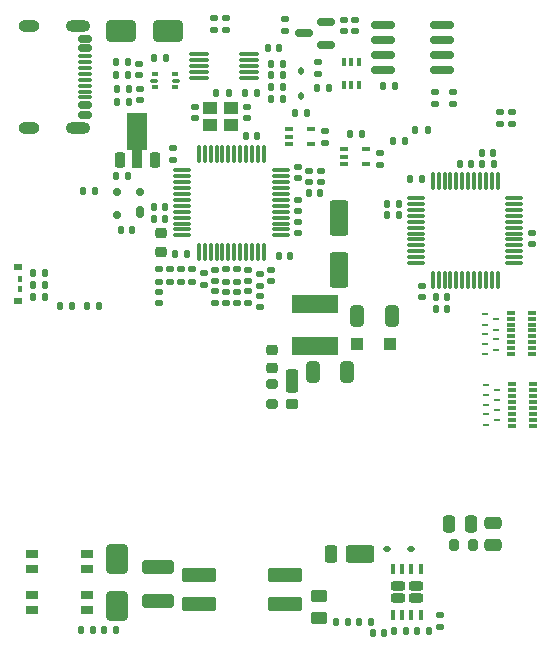
<source format=gbr>
%TF.GenerationSoftware,KiCad,Pcbnew,8.99.0-3376-g16cbb218c6*%
%TF.CreationDate,2024-12-27T08:14:29+01:00*%
%TF.ProjectId,PoE_Ethernet_GPIB_Adapter,506f455f-4574-4686-9572-6e65745f4750,rev?*%
%TF.SameCoordinates,Original*%
%TF.FileFunction,Paste,Top*%
%TF.FilePolarity,Positive*%
%FSLAX46Y46*%
G04 Gerber Fmt 4.6, Leading zero omitted, Abs format (unit mm)*
G04 Created by KiCad (PCBNEW 8.99.0-3376-g16cbb218c6) date 2024-12-27 08:14:29*
%MOMM*%
%LPD*%
G01*
G04 APERTURE LIST*
G04 Aperture macros list*
%AMRoundRect*
0 Rectangle with rounded corners*
0 $1 Rounding radius*
0 $2 $3 $4 $5 $6 $7 $8 $9 X,Y pos of 4 corners*
0 Add a 4 corners polygon primitive as box body*
4,1,4,$2,$3,$4,$5,$6,$7,$8,$9,$2,$3,0*
0 Add four circle primitives for the rounded corners*
1,1,$1+$1,$2,$3*
1,1,$1+$1,$4,$5*
1,1,$1+$1,$6,$7*
1,1,$1+$1,$8,$9*
0 Add four rect primitives between the rounded corners*
20,1,$1+$1,$2,$3,$4,$5,0*
20,1,$1+$1,$4,$5,$6,$7,0*
20,1,$1+$1,$6,$7,$8,$9,0*
20,1,$1+$1,$8,$9,$2,$3,0*%
%AMFreePoly0*
4,1,9,3.862500,-0.866500,0.737500,-0.866500,0.737500,-0.450000,-0.737500,-0.450000,-0.737500,0.450000,0.737500,0.450000,0.737500,0.866500,3.862500,0.866500,3.862500,-0.866500,3.862500,-0.866500,$1*%
G04 Aperture macros list end*
%ADD10RoundRect,0.075000X0.075000X-0.662500X0.075000X0.662500X-0.075000X0.662500X-0.075000X-0.662500X0*%
%ADD11RoundRect,0.075000X0.662500X-0.075000X0.662500X0.075000X-0.662500X0.075000X-0.662500X-0.075000X0*%
%ADD12RoundRect,0.135000X0.185000X-0.135000X0.185000X0.135000X-0.185000X0.135000X-0.185000X-0.135000X0*%
%ADD13RoundRect,0.150000X-0.425000X0.150000X-0.425000X-0.150000X0.425000X-0.150000X0.425000X0.150000X0*%
%ADD14RoundRect,0.075000X-0.500000X0.075000X-0.500000X-0.075000X0.500000X-0.075000X0.500000X0.075000X0*%
%ADD15O,2.100000X1.000000*%
%ADD16O,1.800000X1.000000*%
%ADD17R,0.780000X0.550000*%
%ADD18R,0.340000X0.550000*%
%ADD19RoundRect,0.135000X-0.135000X-0.185000X0.135000X-0.185000X0.135000X0.185000X-0.135000X0.185000X0*%
%ADD20RoundRect,0.140000X0.170000X-0.140000X0.170000X0.140000X-0.170000X0.140000X-0.170000X-0.140000X0*%
%ADD21RoundRect,0.135000X0.135000X0.185000X-0.135000X0.185000X-0.135000X-0.185000X0.135000X-0.185000X0*%
%ADD22R,1.000000X0.800000*%
%ADD23RoundRect,0.218750X-0.256250X0.218750X-0.256250X-0.218750X0.256250X-0.218750X0.256250X0.218750X0*%
%ADD24RoundRect,0.140000X0.140000X0.170000X-0.140000X0.170000X-0.140000X-0.170000X0.140000X-0.170000X0*%
%ADD25RoundRect,0.075000X-0.662500X-0.075000X0.662500X-0.075000X0.662500X0.075000X-0.662500X0.075000X0*%
%ADD26RoundRect,0.075000X-0.075000X-0.662500X0.075000X-0.662500X0.075000X0.662500X-0.075000X0.662500X0*%
%ADD27RoundRect,0.250000X-0.475000X0.250000X-0.475000X-0.250000X0.475000X-0.250000X0.475000X0.250000X0*%
%ADD28RoundRect,0.100000X-0.225000X-0.100000X0.225000X-0.100000X0.225000X0.100000X-0.225000X0.100000X0*%
%ADD29RoundRect,0.250000X0.550000X-1.250000X0.550000X1.250000X-0.550000X1.250000X-0.550000X-1.250000X0*%
%ADD30RoundRect,0.112500X-0.187500X-0.112500X0.187500X-0.112500X0.187500X0.112500X-0.187500X0.112500X0*%
%ADD31RoundRect,0.250000X0.250000X0.475000X-0.250000X0.475000X-0.250000X-0.475000X0.250000X-0.475000X0*%
%ADD32RoundRect,0.100000X-0.100000X0.225000X-0.100000X-0.225000X0.100000X-0.225000X0.100000X0.225000X0*%
%ADD33RoundRect,0.200000X0.275000X-0.200000X0.275000X0.200000X-0.275000X0.200000X-0.275000X-0.200000X0*%
%ADD34RoundRect,0.150000X0.825000X0.150000X-0.825000X0.150000X-0.825000X-0.150000X0.825000X-0.150000X0*%
%ADD35RoundRect,0.140000X-0.140000X-0.170000X0.140000X-0.170000X0.140000X0.170000X-0.140000X0.170000X0*%
%ADD36RoundRect,0.140000X-0.170000X0.140000X-0.170000X-0.140000X0.170000X-0.140000X0.170000X0.140000X0*%
%ADD37RoundRect,0.087500X-0.725000X-0.087500X0.725000X-0.087500X0.725000X0.087500X-0.725000X0.087500X0*%
%ADD38R,0.800000X0.300000*%
%ADD39RoundRect,0.200000X-0.405000X0.200000X-0.405000X-0.200000X0.405000X-0.200000X0.405000X0.200000X0*%
%ADD40RoundRect,0.075000X-0.075000X0.362500X-0.075000X-0.362500X0.075000X-0.362500X0.075000X0.362500X0*%
%ADD41RoundRect,0.112500X-0.112500X0.187500X-0.112500X-0.187500X0.112500X-0.187500X0.112500X0.187500X0*%
%ADD42RoundRect,0.250000X-0.950000X-0.500000X0.950000X-0.500000X0.950000X0.500000X-0.950000X0.500000X0*%
%ADD43RoundRect,0.250000X-0.275000X-0.500000X0.275000X-0.500000X0.275000X0.500000X-0.275000X0.500000X0*%
%ADD44RoundRect,0.225000X0.250000X-0.225000X0.250000X0.225000X-0.250000X0.225000X-0.250000X-0.225000X0*%
%ADD45R,4.000000X1.500000*%
%ADD46R,1.150000X1.000000*%
%ADD47RoundRect,0.250000X0.300000X-0.750000X0.300000X0.750000X-0.300000X0.750000X-0.300000X-0.750000X0*%
%ADD48RoundRect,0.200000X0.350000X-0.200000X0.350000X0.200000X-0.350000X0.200000X-0.350000X-0.200000X0*%
%ADD49RoundRect,0.250000X-0.650000X1.000000X-0.650000X-1.000000X0.650000X-1.000000X0.650000X1.000000X0*%
%ADD50RoundRect,0.060000X1.365000X-0.540000X1.365000X0.540000X-1.365000X0.540000X-1.365000X-0.540000X0*%
%ADD51R,0.600000X0.200000*%
%ADD52RoundRect,0.250000X-0.325000X-0.650000X0.325000X-0.650000X0.325000X0.650000X-0.325000X0.650000X0*%
%ADD53RoundRect,0.093750X-0.156250X-0.093750X0.156250X-0.093750X0.156250X0.093750X-0.156250X0.093750X0*%
%ADD54RoundRect,0.075000X-0.250000X-0.075000X0.250000X-0.075000X0.250000X0.075000X-0.250000X0.075000X0*%
%ADD55RoundRect,0.175000X0.175000X0.325000X-0.175000X0.325000X-0.175000X-0.325000X0.175000X-0.325000X0*%
%ADD56RoundRect,0.150000X0.200000X0.150000X-0.200000X0.150000X-0.200000X-0.150000X0.200000X-0.150000X0*%
%ADD57RoundRect,0.135000X-0.185000X0.135000X-0.185000X-0.135000X0.185000X-0.135000X0.185000X0.135000X0*%
%ADD58RoundRect,0.200000X0.200000X0.275000X-0.200000X0.275000X-0.200000X-0.275000X0.200000X-0.275000X0*%
%ADD59RoundRect,0.250000X-0.450000X0.262500X-0.450000X-0.262500X0.450000X-0.262500X0.450000X0.262500X0*%
%ADD60RoundRect,0.225000X0.225000X-0.425000X0.225000X0.425000X-0.225000X0.425000X-0.225000X-0.425000X0*%
%ADD61FreePoly0,90.000000*%
%ADD62RoundRect,0.250000X-0.300000X-0.300000X0.300000X-0.300000X0.300000X0.300000X-0.300000X0.300000X0*%
%ADD63RoundRect,0.250000X1.000000X0.650000X-1.000000X0.650000X-1.000000X-0.650000X1.000000X-0.650000X0*%
%ADD64RoundRect,0.150000X0.587500X0.150000X-0.587500X0.150000X-0.587500X-0.150000X0.587500X-0.150000X0*%
%ADD65RoundRect,0.250000X-1.100000X0.325000X-1.100000X-0.325000X1.100000X-0.325000X1.100000X0.325000X0*%
G04 APERTURE END LIST*
D10*
%TO.C,U3*%
X-14700000Y6087500D03*
X-14200000Y6087500D03*
X-13700000Y6087500D03*
X-13200000Y6087500D03*
X-12700000Y6087500D03*
X-12200000Y6087500D03*
X-11700000Y6087500D03*
X-11200000Y6087500D03*
X-10700000Y6087500D03*
X-10200000Y6087500D03*
X-9700000Y6087500D03*
X-9200000Y6087500D03*
D11*
X-7787500Y7500000D03*
X-7787500Y8000000D03*
X-7787500Y8500000D03*
X-7787500Y9000000D03*
X-7787500Y9500000D03*
X-7787500Y10000000D03*
X-7787500Y10500000D03*
X-7787500Y11000000D03*
X-7787500Y11500000D03*
X-7787500Y12000000D03*
X-7787500Y12500000D03*
X-7787500Y13000000D03*
D10*
X-9200000Y14412500D03*
X-9700000Y14412500D03*
X-10200000Y14412500D03*
X-10700000Y14412500D03*
X-11200000Y14412500D03*
X-11700000Y14412500D03*
X-12200000Y14412500D03*
X-12700000Y14412500D03*
X-13200000Y14412500D03*
X-13700000Y14412500D03*
X-14200000Y14412500D03*
X-14700000Y14412500D03*
D11*
X-16112500Y13000000D03*
X-16112500Y12500000D03*
X-16112500Y12000000D03*
X-16112500Y11500000D03*
X-16112500Y11000000D03*
X-16112500Y10500000D03*
X-16112500Y10000000D03*
X-16112500Y9500000D03*
X-16112500Y9000000D03*
X-16112500Y8500000D03*
X-16112500Y8000000D03*
X-16112500Y7500000D03*
%TD*%
D12*
%TO.C,R32*%
X-16199998Y3590000D03*
X-16199998Y4610000D03*
%TD*%
D13*
%TO.C,J3*%
X-24345000Y24125000D03*
X-24345000Y23325000D03*
D14*
X-24345000Y22175000D03*
X-24345000Y21175000D03*
X-24345000Y20675000D03*
X-24345000Y19675000D03*
D13*
X-24345000Y18525000D03*
X-24345000Y17725000D03*
X-24345000Y17725000D03*
X-24345000Y18525000D03*
D14*
X-24345000Y19175000D03*
X-24345000Y20175000D03*
X-24345000Y21675000D03*
X-24345000Y22675000D03*
D13*
X-24345000Y23325000D03*
X-24345000Y24125000D03*
D15*
X-24920000Y25245000D03*
D16*
X-29100000Y25245000D03*
D15*
X-24920000Y16605000D03*
D16*
X-29100000Y16605000D03*
%TD*%
D17*
%TO.C,D5*%
X-30037500Y4827500D03*
D18*
X-29817500Y3827500D03*
X-29817500Y2977500D03*
D17*
X-30037500Y1977500D03*
%TD*%
D19*
%TO.C,R19*%
X-28785000Y2300000D03*
X-27765000Y2300000D03*
%TD*%
D20*
%TO.C,C10*%
X-2400000Y24770000D03*
X-2400000Y25730000D03*
%TD*%
D21*
%TO.C,R23*%
X4210000Y12300000D03*
X3190000Y12300000D03*
%TD*%
D22*
%TO.C,D6*%
X-24200000Y-20760000D03*
X-24200000Y-19490000D03*
X-28800000Y-19490000D03*
X-28800000Y-20760000D03*
%TD*%
D12*
%TO.C,R40*%
X-18100000Y3590000D03*
X-18100000Y4610000D03*
%TD*%
D23*
%TO.C,FB1*%
X-17899998Y7687500D03*
X-17899998Y6112500D03*
%TD*%
D24*
%TO.C,C1*%
X980000Y-26150000D03*
X20000Y-26150000D03*
%TD*%
D20*
%TO.C,C31*%
X-10500000Y3620000D03*
X-10500000Y4580000D03*
%TD*%
D25*
%TO.C,U2*%
X3687500Y10650000D03*
X3687500Y10150000D03*
X3687500Y9650000D03*
X3687500Y9150000D03*
X3687500Y8650000D03*
X3687500Y8150000D03*
X3687500Y7650000D03*
X3687500Y7150000D03*
X3687500Y6650000D03*
X3687500Y6150000D03*
X3687500Y5650000D03*
X3687500Y5150000D03*
D26*
X5100000Y3737500D03*
X5600000Y3737500D03*
X6100000Y3737500D03*
X6600000Y3737500D03*
X7100000Y3737500D03*
X7600000Y3737500D03*
X8100000Y3737500D03*
X8600000Y3737500D03*
X9100000Y3737500D03*
X9600000Y3737500D03*
X10100000Y3737500D03*
X10600000Y3737500D03*
D25*
X12012500Y5150000D03*
X12012500Y5650000D03*
X12012500Y6150000D03*
X12012500Y6650000D03*
X12012500Y7150000D03*
X12012500Y7650000D03*
X12012500Y8150000D03*
X12012500Y8650000D03*
X12012500Y9150000D03*
X12012500Y9650000D03*
X12012500Y10150000D03*
X12012500Y10650000D03*
D26*
X10600000Y12062500D03*
X10100000Y12062500D03*
X9600000Y12062500D03*
X9100000Y12062500D03*
X8600000Y12062500D03*
X8100000Y12062500D03*
X7600000Y12062500D03*
X7100000Y12062500D03*
X6600000Y12062500D03*
X6100000Y12062500D03*
X5600000Y12062500D03*
X5100000Y12062500D03*
%TD*%
D27*
%TO.C,C58*%
X10225000Y-16850000D03*
X10225000Y-18750000D03*
%TD*%
D28*
%TO.C,U8*%
X-2450000Y14800000D03*
X-2450000Y14150000D03*
X-2450000Y13500000D03*
X-550000Y13500000D03*
X-550000Y14800000D03*
%TD*%
D19*
%TO.C,R21*%
X-28785000Y3300000D03*
X-27765000Y3300000D03*
%TD*%
D24*
%TO.C,C23*%
X-20320000Y7937500D03*
X-21280000Y7937500D03*
%TD*%
D29*
%TO.C,C61*%
X-2800000Y4550000D03*
X-2800000Y8950000D03*
%TD*%
D24*
%TO.C,C37*%
X-9745000Y15950000D03*
X-10705000Y15950000D03*
%TD*%
D30*
%TO.C,D10*%
X1200000Y-19050000D03*
X3300000Y-19050000D03*
%TD*%
D31*
%TO.C,C57*%
X8350000Y-16900000D03*
X6450000Y-16900000D03*
%TD*%
D32*
%TO.C,Q2*%
X-1150000Y22150000D03*
X-1800000Y22150000D03*
X-2450000Y22150000D03*
X-2450000Y20250000D03*
X-1800000Y20250000D03*
X-1150000Y20250000D03*
%TD*%
D12*
%TO.C,R39*%
X-17149996Y3590000D03*
X-17149996Y4610000D03*
%TD*%
D33*
%TO.C,R51*%
X-8500000Y-6775000D03*
X-8500000Y-5125000D03*
%TD*%
D20*
%TO.C,C24*%
X-4400000Y12020000D03*
X-4400000Y12980000D03*
%TD*%
D34*
%TO.C,U4*%
X5875000Y21495000D03*
X5875000Y22765000D03*
X5875000Y24035000D03*
X5875000Y25305000D03*
X925000Y25305000D03*
X925000Y24035000D03*
X925000Y22765000D03*
X925000Y21495000D03*
%TD*%
D35*
%TO.C,C20*%
X-1880000Y16050000D03*
X-920000Y16050000D03*
%TD*%
D36*
%TO.C,C17*%
X-10649998Y18380000D03*
X-10649998Y17420000D03*
%TD*%
%TO.C,C3*%
X-19700000Y19930000D03*
X-19700000Y18970000D03*
%TD*%
D12*
%TO.C,R24*%
X600000Y13490000D03*
X600000Y14510000D03*
%TD*%
%TO.C,R6*%
X5700000Y-25660000D03*
X5700000Y-24640000D03*
%TD*%
D19*
%TO.C,R5*%
X3740000Y-26000000D03*
X4760000Y-26000000D03*
%TD*%
D36*
%TO.C,C39*%
X-12400000Y2730000D03*
X-12400000Y1770000D03*
%TD*%
D35*
%TO.C,C19*%
X-6530000Y17825000D03*
X-5570000Y17825000D03*
%TD*%
D12*
%TO.C,R38*%
X-14299998Y3290000D03*
X-14299998Y4310000D03*
%TD*%
D19*
%TO.C,R29*%
X-26460000Y1550000D03*
X-25440000Y1550000D03*
%TD*%
D20*
%TO.C,C29*%
X-16900000Y13920000D03*
X-16900000Y14880000D03*
%TD*%
D12*
%TO.C,R34*%
X-12400000Y3590000D03*
X-12400000Y4610000D03*
%TD*%
D37*
%TO.C,U6*%
X-14662500Y22850000D03*
X-14662500Y22350000D03*
X-14662500Y21850000D03*
X-14662500Y21350000D03*
X-14662500Y20850000D03*
X-10437500Y20850000D03*
X-10437500Y21350000D03*
X-10437500Y21850000D03*
X-10437500Y22350000D03*
X-10437500Y22850000D03*
%TD*%
D24*
%TO.C,C5*%
X-7595000Y20100000D03*
X-8555000Y20100000D03*
%TD*%
D19*
%TO.C,R18*%
X-24485000Y11225000D03*
X-23465000Y11225000D03*
%TD*%
%TO.C,R11*%
X-21710000Y21100000D03*
X-20690000Y21100000D03*
%TD*%
D38*
%TO.C,RN1*%
X13575000Y-8625000D03*
X13575000Y-8125000D03*
X13575000Y-7625000D03*
X13575000Y-7125000D03*
X13575000Y-6625000D03*
X13575000Y-6125000D03*
X13575000Y-5625000D03*
X13575000Y-5125000D03*
X11775000Y-5125000D03*
X11775000Y-5625000D03*
X11775000Y-6125000D03*
X11775000Y-6625000D03*
X11775000Y-7125000D03*
X11775000Y-7625000D03*
X11775000Y-8125000D03*
X11775000Y-8625000D03*
%TD*%
D35*
%TO.C,C13*%
X7370000Y13550000D03*
X8330000Y13550000D03*
%TD*%
D21*
%TO.C,R4*%
X2860000Y-26000000D03*
X1840000Y-26000000D03*
%TD*%
D12*
%TO.C,R56*%
X10800000Y16890000D03*
X10800000Y17910000D03*
%TD*%
D35*
%TO.C,C14*%
X920000Y20150000D03*
X1880000Y20150000D03*
%TD*%
D12*
%TO.C,R36*%
X-13349998Y1740000D03*
X-13349998Y2760000D03*
%TD*%
D20*
%TO.C,C63*%
X-13400000Y24920000D03*
X-13400000Y25880000D03*
%TD*%
D39*
%TO.C,U1*%
X3644856Y-22205000D03*
X2144856Y-22205000D03*
X3644856Y-23195000D03*
X2144856Y-23195000D03*
D40*
X4094856Y-20762500D03*
X3294856Y-20762500D03*
X2494856Y-20762500D03*
X1694856Y-20762500D03*
X1694856Y-24637500D03*
X2494856Y-24637500D03*
X3294856Y-24637500D03*
X4094856Y-24637500D03*
%TD*%
D36*
%TO.C,C38*%
X-11450000Y2730000D03*
X-11450000Y1770000D03*
%TD*%
D41*
%TO.C,D4*%
X-6075000Y21375000D03*
X-6075000Y19275000D03*
%TD*%
D20*
%TO.C,C9*%
X-1450000Y24770000D03*
X-1450000Y25730000D03*
%TD*%
D42*
%TO.C,D9*%
X-1100000Y-19450000D03*
D43*
X-3475000Y-19450000D03*
%TD*%
D20*
%TO.C,C2*%
X-19750000Y21070000D03*
X-19750000Y22030000D03*
%TD*%
D44*
%TO.C,C56*%
X-8500000Y-3725000D03*
X-8500000Y-2175000D03*
%TD*%
D21*
%TO.C,R43*%
X-23640000Y-25900000D03*
X-24660000Y-25900000D03*
%TD*%
%TO.C,R16*%
X-3690000Y20000000D03*
X-4710000Y20000000D03*
%TD*%
D45*
%TO.C,L2*%
X-4900000Y-1900000D03*
X-4900000Y1700000D03*
%TD*%
D38*
%TO.C,RN2*%
X13505002Y-2550000D03*
X13505002Y-2050000D03*
X13505002Y-1550000D03*
X13505002Y-1050000D03*
X13505002Y-550000D03*
X13505002Y-50000D03*
X13505002Y450000D03*
X13505002Y950000D03*
X11705002Y950000D03*
X11705002Y450000D03*
X11705002Y-50000D03*
X11705002Y-550000D03*
X11705002Y-1050000D03*
X11705002Y-1550000D03*
X11705002Y-2050000D03*
X11705002Y-2550000D03*
%TD*%
D46*
%TO.C,Y1*%
X-11975000Y18250000D03*
X-13725000Y18250000D03*
X-13725000Y16850000D03*
X-11975000Y16850000D03*
%TD*%
D24*
%TO.C,C27*%
X-17569998Y8900000D03*
X-18529998Y8900000D03*
%TD*%
D21*
%TO.C,R17*%
X2760000Y15450000D03*
X1740000Y15450000D03*
%TD*%
D35*
%TO.C,C16*%
X5370000Y1300000D03*
X6330000Y1300000D03*
%TD*%
D47*
%TO.C,D11*%
X-6800000Y-4850000D03*
D48*
X-6800000Y-6750000D03*
%TD*%
D35*
%TO.C,C21*%
X-5380000Y11100000D03*
X-4420000Y11100000D03*
%TD*%
D49*
%TO.C,D8*%
X-21650000Y-19900000D03*
X-21650000Y-23900000D03*
%TD*%
D28*
%TO.C,U7*%
X-7100000Y16500000D03*
X-7100000Y15850000D03*
X-7100000Y15200000D03*
X-5200000Y15200000D03*
X-5200000Y16500000D03*
%TD*%
D50*
%TO.C,L1*%
X-14725000Y-21250000D03*
X-7375000Y-21250000D03*
X-7375000Y-23750000D03*
X-14725000Y-23750000D03*
%TD*%
D36*
%TO.C,C22*%
X-6300000Y13305000D03*
X-6300000Y12345000D03*
%TD*%
D51*
%TO.C,D2*%
X9502502Y822500D03*
X9502502Y-77500D03*
X9502502Y-877500D03*
X9502502Y-1677500D03*
X9502502Y-2577500D03*
X10452502Y-2177500D03*
X10452502Y-1277500D03*
X10452502Y-477500D03*
X10452502Y422500D03*
%TD*%
D52*
%TO.C,C60*%
X-1275000Y650000D03*
X1675000Y650000D03*
%TD*%
D19*
%TO.C,R20*%
X-28785000Y4300000D03*
X-27765000Y4300000D03*
%TD*%
D36*
%TO.C,C33*%
X-6300000Y10480000D03*
X-6300000Y9520000D03*
%TD*%
D22*
%TO.C,D7*%
X-24200000Y-24260000D03*
X-24200000Y-22990000D03*
X-28800000Y-22990000D03*
X-28800000Y-24260000D03*
%TD*%
D35*
%TO.C,C30*%
X-7955000Y5750000D03*
X-6995000Y5750000D03*
%TD*%
D53*
%TO.C,U5*%
X-18450000Y21137500D03*
D54*
X-18525000Y20600000D03*
D53*
X-18450000Y20062500D03*
X-16750000Y20062500D03*
D54*
X-16675000Y20600000D03*
D53*
X-16750000Y21137500D03*
%TD*%
D55*
%TO.C,U9*%
X-19650000Y9437500D03*
D56*
X-19650000Y11137500D03*
X-21650000Y11137500D03*
X-21650000Y9237500D03*
%TD*%
D35*
%TO.C,C6*%
X-8555000Y19050000D03*
X-7595000Y19050000D03*
%TD*%
D19*
%TO.C,R1*%
X-1160000Y-25200000D03*
X-140000Y-25200000D03*
%TD*%
D57*
%TO.C,R28*%
X-9550000Y4260000D03*
X-9550000Y3240000D03*
%TD*%
D58*
%TO.C,R52*%
X8525000Y-18725000D03*
X6875000Y-18725000D03*
%TD*%
D19*
%TO.C,R22*%
X-13210000Y19550000D03*
X-12190000Y19550000D03*
%TD*%
%TO.C,R10*%
X-21660000Y19900000D03*
X-20640000Y19900000D03*
%TD*%
D35*
%TO.C,C25*%
X-16679998Y5900000D03*
X-15719998Y5900000D03*
%TD*%
D59*
%TO.C,R2*%
X-4550000Y-23037500D03*
X-4550000Y-24862500D03*
%TD*%
D19*
%TO.C,R31*%
X9240000Y13550000D03*
X10260000Y13550000D03*
%TD*%
D20*
%TO.C,C36*%
X-13350000Y3620000D03*
X-13350000Y4580000D03*
%TD*%
D24*
%TO.C,C26*%
X-17569998Y9900000D03*
X-18529998Y9900000D03*
%TD*%
D57*
%TO.C,R15*%
X-4600000Y22160000D03*
X-4600000Y21140000D03*
%TD*%
D12*
%TO.C,R55*%
X11800000Y16890000D03*
X11800000Y17910000D03*
%TD*%
D20*
%TO.C,C64*%
X-12400000Y24920000D03*
X-12400000Y25880000D03*
%TD*%
D21*
%TO.C,R7*%
X4660000Y16450000D03*
X3640000Y16450000D03*
%TD*%
D35*
%TO.C,C4*%
X-8855000Y23325000D03*
X-7895000Y23325000D03*
%TD*%
D19*
%TO.C,R3*%
X-3060000Y-25200000D03*
X-2040000Y-25200000D03*
%TD*%
D36*
%TO.C,C34*%
X-5350000Y12980000D03*
X-5350000Y12020000D03*
%TD*%
D21*
%TO.C,R13*%
X-20690000Y22200000D03*
X-21710000Y22200000D03*
%TD*%
%TO.C,R14*%
X-20640000Y18750000D03*
X-21660000Y18750000D03*
%TD*%
D12*
%TO.C,R37*%
X-10499998Y1740000D03*
X-10499998Y2760000D03*
%TD*%
%TO.C,R27*%
X-4050000Y15340000D03*
X-4050000Y16360000D03*
%TD*%
D20*
%TO.C,C18*%
X-15049998Y17420000D03*
X-15049998Y18380000D03*
%TD*%
D60*
%TO.C,U10*%
X-21412500Y13900000D03*
D61*
X-19912500Y13987500D03*
D60*
X-18412500Y13900000D03*
%TD*%
D19*
%TO.C,R30*%
X-24210000Y1550000D03*
X-23190000Y1550000D03*
%TD*%
D12*
%TO.C,R54*%
X5300000Y18590000D03*
X5300000Y19610000D03*
%TD*%
D51*
%TO.C,D1*%
X9572500Y-5152500D03*
X9572500Y-6052500D03*
X9572500Y-6852500D03*
X9572500Y-7652500D03*
X9572500Y-8552500D03*
X10522500Y-8152500D03*
X10522500Y-7252500D03*
X10522500Y-6452500D03*
X10522500Y-5552500D03*
%TD*%
D52*
%TO.C,C59*%
X-5075000Y-4050000D03*
X-2125000Y-4050000D03*
%TD*%
D20*
%TO.C,C41*%
X-18100000Y1770000D03*
X-18100000Y2730000D03*
%TD*%
%TO.C,C32*%
X-6300000Y7670000D03*
X-6300000Y8630000D03*
%TD*%
D62*
%TO.C,D12*%
X-1300000Y-1700000D03*
X1500000Y-1700000D03*
%TD*%
D21*
%TO.C,R25*%
X2210000Y10190000D03*
X1190000Y10190000D03*
%TD*%
%TO.C,R42*%
X-7565000Y22050000D03*
X-8585000Y22050000D03*
%TD*%
D24*
%TO.C,C11*%
X6330000Y2250000D03*
X5370000Y2250000D03*
%TD*%
%TO.C,C28*%
X-20732500Y12500000D03*
X-21692500Y12500000D03*
%TD*%
D63*
%TO.C,D3*%
X-17325000Y24800000D03*
X-21325000Y24800000D03*
%TD*%
D19*
%TO.C,R41*%
X-8585000Y21100000D03*
X-7565000Y21100000D03*
%TD*%
D20*
%TO.C,C8*%
X-7400000Y24820000D03*
X-7400000Y25780000D03*
%TD*%
D24*
%TO.C,C7*%
X-17520000Y22475000D03*
X-18480000Y22475000D03*
%TD*%
D12*
%TO.C,R35*%
X-11450000Y3590000D03*
X-11450000Y4610000D03*
%TD*%
D21*
%TO.C,R12*%
X-9740000Y19575000D03*
X-10760000Y19575000D03*
%TD*%
%TO.C,R26*%
X2210000Y9190000D03*
X1190000Y9190000D03*
%TD*%
D12*
%TO.C,R53*%
X6800000Y18590000D03*
X6800000Y19610000D03*
%TD*%
D19*
%TO.C,R45*%
X-22760000Y-25900000D03*
X-21740000Y-25900000D03*
%TD*%
D12*
%TO.C,R33*%
X-15249998Y3590000D03*
X-15249998Y4610000D03*
%TD*%
D35*
%TO.C,C62*%
X9270000Y14500000D03*
X10230000Y14500000D03*
%TD*%
D36*
%TO.C,C12*%
X13500000Y7730000D03*
X13500000Y6770000D03*
%TD*%
D64*
%TO.C,Q1*%
X-3952500Y23650000D03*
X-3952500Y25550000D03*
X-5827500Y24600000D03*
%TD*%
D20*
%TO.C,C35*%
X-8600000Y3620000D03*
X-8600000Y4580000D03*
%TD*%
D65*
%TO.C,C44*%
X-18200000Y-20550000D03*
X-18200000Y-23500000D03*
%TD*%
D36*
%TO.C,C40*%
X-9549998Y2380000D03*
X-9549998Y1420000D03*
%TD*%
D20*
%TO.C,C15*%
X4150000Y2260000D03*
X4150000Y3220000D03*
%TD*%
M02*

</source>
